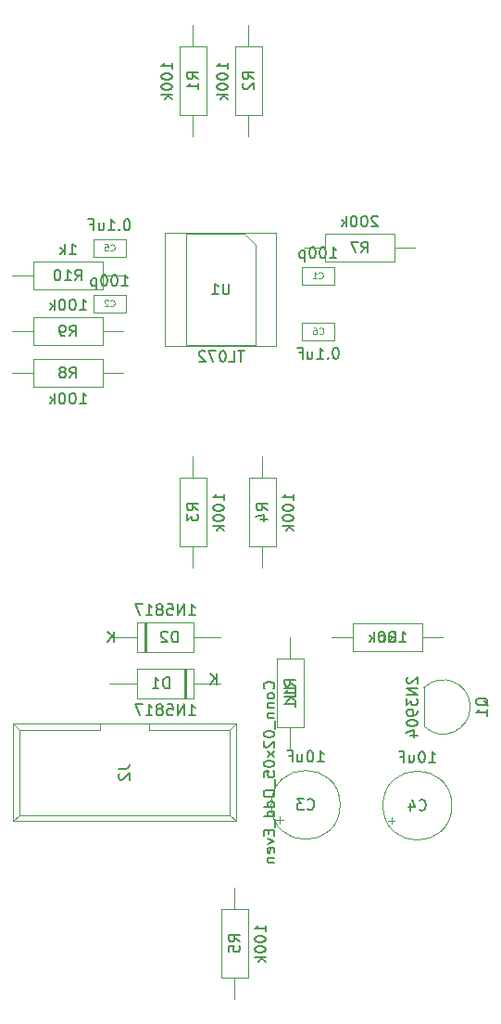
<source format=gbr>
%TF.GenerationSoftware,KiCad,Pcbnew,(5.1.9)-1*%
%TF.CreationDate,2021-08-22T20:59:49+01:00*%
%TF.ProjectId,KOSMOS Simple Mixer,4b4f534d-4f53-4205-9369-6d706c65204d,rev?*%
%TF.SameCoordinates,Original*%
%TF.FileFunction,Other,Fab,Bot*%
%FSLAX46Y46*%
G04 Gerber Fmt 4.6, Leading zero omitted, Abs format (unit mm)*
G04 Created by KiCad (PCBNEW (5.1.9)-1) date 2021-08-22 20:59:49*
%MOMM*%
%LPD*%
G01*
G04 APERTURE LIST*
%ADD10C,0.100000*%
%ADD11C,0.150000*%
%ADD12C,0.090000*%
G04 APERTURE END LIST*
D10*
%TO.C,C1*%
X48010000Y-55410000D02*
X48010000Y-53810000D01*
X48010000Y-53810000D02*
X51010000Y-53810000D01*
X51010000Y-53810000D02*
X51010000Y-55410000D01*
X51010000Y-55410000D02*
X48010000Y-55410000D01*
%TO.C,C2*%
X28960000Y-57950000D02*
X28960000Y-56350000D01*
X28960000Y-56350000D02*
X31960000Y-56350000D01*
X31960000Y-56350000D02*
X31960000Y-57950000D01*
X31960000Y-57950000D02*
X28960000Y-57950000D01*
%TO.C,C3*%
X46021028Y-104618500D02*
X46021028Y-103988500D01*
X45706028Y-104303500D02*
X46336028Y-104303500D01*
X51550000Y-102930000D02*
G75*
G03*
X51550000Y-102930000I-3150000J0D01*
G01*
%TO.C,C4*%
X61760000Y-102990000D02*
G75*
G03*
X61760000Y-102990000I-3150000J0D01*
G01*
X55916028Y-104363500D02*
X56546028Y-104363500D01*
X56231028Y-104678500D02*
X56231028Y-104048500D01*
%TO.C,C5*%
X31960000Y-52870000D02*
X28960000Y-52870000D01*
X31960000Y-51270000D02*
X31960000Y-52870000D01*
X28960000Y-51270000D02*
X31960000Y-51270000D01*
X28960000Y-52870000D02*
X28960000Y-51270000D01*
%TO.C,C6*%
X48050000Y-58890000D02*
X51050000Y-58890000D01*
X48050000Y-60490000D02*
X48050000Y-58890000D01*
X51050000Y-60490000D02*
X48050000Y-60490000D01*
X51050000Y-58890000D02*
X51050000Y-60490000D01*
%TO.C,D1*%
X37480000Y-90480000D02*
X37480000Y-93180000D01*
X37280000Y-90480000D02*
X37280000Y-93180000D01*
X37380000Y-90480000D02*
X37380000Y-93180000D01*
X30480000Y-91830000D02*
X32960000Y-91830000D01*
X40640000Y-91830000D02*
X38160000Y-91830000D01*
X32960000Y-90480000D02*
X38160000Y-90480000D01*
X32960000Y-93180000D02*
X32960000Y-90480000D01*
X38160000Y-93180000D02*
X32960000Y-93180000D01*
X38160000Y-90480000D02*
X38160000Y-93180000D01*
%TO.C,D2*%
X32960000Y-88980000D02*
X32960000Y-86280000D01*
X32960000Y-86280000D02*
X38160000Y-86280000D01*
X38160000Y-86280000D02*
X38160000Y-88980000D01*
X38160000Y-88980000D02*
X32960000Y-88980000D01*
X30480000Y-87630000D02*
X32960000Y-87630000D01*
X40640000Y-87630000D02*
X38160000Y-87630000D01*
X33740000Y-88980000D02*
X33740000Y-86280000D01*
X33840000Y-88980000D02*
X33840000Y-86280000D01*
X33640000Y-88980000D02*
X33640000Y-86280000D01*
%TO.C,J2*%
X42010000Y-95535000D02*
X41450000Y-96085000D01*
X21650000Y-95535000D02*
X22190000Y-96085000D01*
X42010000Y-104385000D02*
X41450000Y-103835000D01*
X21650000Y-104385000D02*
X22190000Y-103835000D01*
X41450000Y-103835000D02*
X41450000Y-96085000D01*
X42010000Y-104385000D02*
X42010000Y-95535000D01*
X22190000Y-103835000D02*
X22190000Y-96085000D01*
X21650000Y-104385000D02*
X21650000Y-95535000D01*
X34080000Y-96085000D02*
X34080000Y-95535000D01*
X29580000Y-96085000D02*
X29580000Y-95535000D01*
X34080000Y-96085000D02*
X41450000Y-96085000D01*
X22190000Y-96085000D02*
X29580000Y-96085000D01*
X21650000Y-95535000D02*
X42010000Y-95535000D01*
X22190000Y-103835000D02*
X41450000Y-103835000D01*
X21650000Y-104385000D02*
X42010000Y-104385000D01*
%TO.C,Q1*%
X59210000Y-95720000D02*
X59210000Y-92220000D01*
X59206375Y-92226375D02*
G75*
G02*
X63440000Y-93980000I1753625J-1753625D01*
G01*
X59206375Y-95733625D02*
G75*
G03*
X63440000Y-93980000I1753625J1753625D01*
G01*
%TO.C,R1*%
X39350000Y-39980000D02*
X36850000Y-39980000D01*
X36850000Y-39980000D02*
X36850000Y-33680000D01*
X36850000Y-33680000D02*
X39350000Y-33680000D01*
X39350000Y-33680000D02*
X39350000Y-39980000D01*
X38100000Y-41910000D02*
X38100000Y-39980000D01*
X38100000Y-31750000D02*
X38100000Y-33680000D01*
%TO.C,R2*%
X44430000Y-39980000D02*
X41930000Y-39980000D01*
X41930000Y-39980000D02*
X41930000Y-33680000D01*
X41930000Y-33680000D02*
X44430000Y-33680000D01*
X44430000Y-33680000D02*
X44430000Y-39980000D01*
X43180000Y-41910000D02*
X43180000Y-39980000D01*
X43180000Y-31750000D02*
X43180000Y-33680000D01*
%TO.C,R3*%
X38100000Y-81280000D02*
X38100000Y-79350000D01*
X38100000Y-71120000D02*
X38100000Y-73050000D01*
X36850000Y-79350000D02*
X36850000Y-73050000D01*
X39350000Y-79350000D02*
X36850000Y-79350000D01*
X39350000Y-73050000D02*
X39350000Y-79350000D01*
X36850000Y-73050000D02*
X39350000Y-73050000D01*
%TO.C,R4*%
X44450000Y-81280000D02*
X44450000Y-79350000D01*
X44450000Y-71120000D02*
X44450000Y-73050000D01*
X43200000Y-79350000D02*
X43200000Y-73050000D01*
X45700000Y-79350000D02*
X43200000Y-79350000D01*
X45700000Y-73050000D02*
X45700000Y-79350000D01*
X43200000Y-73050000D02*
X45700000Y-73050000D01*
%TO.C,R5*%
X40660000Y-112420000D02*
X43160000Y-112420000D01*
X43160000Y-112420000D02*
X43160000Y-118720000D01*
X43160000Y-118720000D02*
X40660000Y-118720000D01*
X40660000Y-118720000D02*
X40660000Y-112420000D01*
X41910000Y-110490000D02*
X41910000Y-112420000D01*
X41910000Y-120650000D02*
X41910000Y-118720000D01*
%TO.C,R6*%
X59030000Y-86380000D02*
X59030000Y-88880000D01*
X59030000Y-88880000D02*
X52730000Y-88880000D01*
X52730000Y-88880000D02*
X52730000Y-86380000D01*
X52730000Y-86380000D02*
X59030000Y-86380000D01*
X60960000Y-87630000D02*
X59030000Y-87630000D01*
X50800000Y-87630000D02*
X52730000Y-87630000D01*
%TO.C,R7*%
X58420000Y-52070000D02*
X56490000Y-52070000D01*
X48260000Y-52070000D02*
X50190000Y-52070000D01*
X56490000Y-53320000D02*
X50190000Y-53320000D01*
X56490000Y-50820000D02*
X56490000Y-53320000D01*
X50190000Y-50820000D02*
X56490000Y-50820000D01*
X50190000Y-53320000D02*
X50190000Y-50820000D01*
%TO.C,R8*%
X29820000Y-62250000D02*
X29820000Y-64750000D01*
X29820000Y-64750000D02*
X23520000Y-64750000D01*
X23520000Y-64750000D02*
X23520000Y-62250000D01*
X23520000Y-62250000D02*
X29820000Y-62250000D01*
X31750000Y-63500000D02*
X29820000Y-63500000D01*
X21590000Y-63500000D02*
X23520000Y-63500000D01*
%TO.C,R9*%
X31750000Y-59690000D02*
X29820000Y-59690000D01*
X21590000Y-59690000D02*
X23520000Y-59690000D01*
X29820000Y-60940000D02*
X23520000Y-60940000D01*
X29820000Y-58440000D02*
X29820000Y-60940000D01*
X23520000Y-58440000D02*
X29820000Y-58440000D01*
X23520000Y-60940000D02*
X23520000Y-58440000D01*
%TO.C,R10*%
X23520000Y-55860000D02*
X23520000Y-53360000D01*
X23520000Y-53360000D02*
X29820000Y-53360000D01*
X29820000Y-53360000D02*
X29820000Y-55860000D01*
X29820000Y-55860000D02*
X23520000Y-55860000D01*
X21590000Y-54610000D02*
X23520000Y-54610000D01*
X31750000Y-54610000D02*
X29820000Y-54610000D01*
%TO.C,R11*%
X46990000Y-97790000D02*
X46990000Y-95860000D01*
X46990000Y-87630000D02*
X46990000Y-89560000D01*
X45740000Y-95860000D02*
X45740000Y-89560000D01*
X48240000Y-95860000D02*
X45740000Y-95860000D01*
X48240000Y-89560000D02*
X48240000Y-95860000D01*
X45740000Y-89560000D02*
X48240000Y-89560000D01*
%TO.C,U1*%
X42815000Y-50800000D02*
X37465000Y-50800000D01*
X37465000Y-50800000D02*
X37465000Y-60960000D01*
X37465000Y-60960000D02*
X43815000Y-60960000D01*
X43815000Y-60960000D02*
X43815000Y-51800000D01*
X43815000Y-51800000D02*
X42815000Y-50800000D01*
X45720000Y-50740000D02*
X45720000Y-61020000D01*
X45720000Y-61020000D02*
X35560000Y-61020000D01*
X35560000Y-61020000D02*
X35560000Y-50740000D01*
X35560000Y-50740000D02*
X45720000Y-50740000D01*
%TD*%
%TO.C,C1*%
D11*
X50629047Y-53012380D02*
X51200476Y-53012380D01*
X50914761Y-53012380D02*
X50914761Y-52012380D01*
X51010000Y-52155238D01*
X51105238Y-52250476D01*
X51200476Y-52298095D01*
X50010000Y-52012380D02*
X49914761Y-52012380D01*
X49819523Y-52060000D01*
X49771904Y-52107619D01*
X49724285Y-52202857D01*
X49676666Y-52393333D01*
X49676666Y-52631428D01*
X49724285Y-52821904D01*
X49771904Y-52917142D01*
X49819523Y-52964761D01*
X49914761Y-53012380D01*
X50010000Y-53012380D01*
X50105238Y-52964761D01*
X50152857Y-52917142D01*
X50200476Y-52821904D01*
X50248095Y-52631428D01*
X50248095Y-52393333D01*
X50200476Y-52202857D01*
X50152857Y-52107619D01*
X50105238Y-52060000D01*
X50010000Y-52012380D01*
X49057619Y-52012380D02*
X48962380Y-52012380D01*
X48867142Y-52060000D01*
X48819523Y-52107619D01*
X48771904Y-52202857D01*
X48724285Y-52393333D01*
X48724285Y-52631428D01*
X48771904Y-52821904D01*
X48819523Y-52917142D01*
X48867142Y-52964761D01*
X48962380Y-53012380D01*
X49057619Y-53012380D01*
X49152857Y-52964761D01*
X49200476Y-52917142D01*
X49248095Y-52821904D01*
X49295714Y-52631428D01*
X49295714Y-52393333D01*
X49248095Y-52202857D01*
X49200476Y-52107619D01*
X49152857Y-52060000D01*
X49057619Y-52012380D01*
X48295714Y-52345714D02*
X48295714Y-53345714D01*
X48295714Y-52393333D02*
X48200476Y-52345714D01*
X48010000Y-52345714D01*
X47914761Y-52393333D01*
X47867142Y-52440952D01*
X47819523Y-52536190D01*
X47819523Y-52821904D01*
X47867142Y-52917142D01*
X47914761Y-52964761D01*
X48010000Y-53012380D01*
X48200476Y-53012380D01*
X48295714Y-52964761D01*
D12*
X49610000Y-54824285D02*
X49638571Y-54852857D01*
X49724285Y-54881428D01*
X49781428Y-54881428D01*
X49867142Y-54852857D01*
X49924285Y-54795714D01*
X49952857Y-54738571D01*
X49981428Y-54624285D01*
X49981428Y-54538571D01*
X49952857Y-54424285D01*
X49924285Y-54367142D01*
X49867142Y-54310000D01*
X49781428Y-54281428D01*
X49724285Y-54281428D01*
X49638571Y-54310000D01*
X49610000Y-54338571D01*
X49038571Y-54881428D02*
X49381428Y-54881428D01*
X49210000Y-54881428D02*
X49210000Y-54281428D01*
X49267142Y-54367142D01*
X49324285Y-54424285D01*
X49381428Y-54452857D01*
%TO.C,C2*%
D11*
X31579047Y-55552380D02*
X32150476Y-55552380D01*
X31864761Y-55552380D02*
X31864761Y-54552380D01*
X31960000Y-54695238D01*
X32055238Y-54790476D01*
X32150476Y-54838095D01*
X30960000Y-54552380D02*
X30864761Y-54552380D01*
X30769523Y-54600000D01*
X30721904Y-54647619D01*
X30674285Y-54742857D01*
X30626666Y-54933333D01*
X30626666Y-55171428D01*
X30674285Y-55361904D01*
X30721904Y-55457142D01*
X30769523Y-55504761D01*
X30864761Y-55552380D01*
X30960000Y-55552380D01*
X31055238Y-55504761D01*
X31102857Y-55457142D01*
X31150476Y-55361904D01*
X31198095Y-55171428D01*
X31198095Y-54933333D01*
X31150476Y-54742857D01*
X31102857Y-54647619D01*
X31055238Y-54600000D01*
X30960000Y-54552380D01*
X30007619Y-54552380D02*
X29912380Y-54552380D01*
X29817142Y-54600000D01*
X29769523Y-54647619D01*
X29721904Y-54742857D01*
X29674285Y-54933333D01*
X29674285Y-55171428D01*
X29721904Y-55361904D01*
X29769523Y-55457142D01*
X29817142Y-55504761D01*
X29912380Y-55552380D01*
X30007619Y-55552380D01*
X30102857Y-55504761D01*
X30150476Y-55457142D01*
X30198095Y-55361904D01*
X30245714Y-55171428D01*
X30245714Y-54933333D01*
X30198095Y-54742857D01*
X30150476Y-54647619D01*
X30102857Y-54600000D01*
X30007619Y-54552380D01*
X29245714Y-54885714D02*
X29245714Y-55885714D01*
X29245714Y-54933333D02*
X29150476Y-54885714D01*
X28960000Y-54885714D01*
X28864761Y-54933333D01*
X28817142Y-54980952D01*
X28769523Y-55076190D01*
X28769523Y-55361904D01*
X28817142Y-55457142D01*
X28864761Y-55504761D01*
X28960000Y-55552380D01*
X29150476Y-55552380D01*
X29245714Y-55504761D01*
D12*
X30560000Y-57364285D02*
X30588571Y-57392857D01*
X30674285Y-57421428D01*
X30731428Y-57421428D01*
X30817142Y-57392857D01*
X30874285Y-57335714D01*
X30902857Y-57278571D01*
X30931428Y-57164285D01*
X30931428Y-57078571D01*
X30902857Y-56964285D01*
X30874285Y-56907142D01*
X30817142Y-56850000D01*
X30731428Y-56821428D01*
X30674285Y-56821428D01*
X30588571Y-56850000D01*
X30560000Y-56878571D01*
X30331428Y-56878571D02*
X30302857Y-56850000D01*
X30245714Y-56821428D01*
X30102857Y-56821428D01*
X30045714Y-56850000D01*
X30017142Y-56878571D01*
X29988571Y-56935714D01*
X29988571Y-56992857D01*
X30017142Y-57078571D01*
X30360000Y-57421428D01*
X29988571Y-57421428D01*
%TO.C,C3*%
D11*
X49471428Y-98982380D02*
X50042857Y-98982380D01*
X49757142Y-98982380D02*
X49757142Y-97982380D01*
X49852380Y-98125238D01*
X49947619Y-98220476D01*
X50042857Y-98268095D01*
X48852380Y-97982380D02*
X48757142Y-97982380D01*
X48661904Y-98030000D01*
X48614285Y-98077619D01*
X48566666Y-98172857D01*
X48519047Y-98363333D01*
X48519047Y-98601428D01*
X48566666Y-98791904D01*
X48614285Y-98887142D01*
X48661904Y-98934761D01*
X48757142Y-98982380D01*
X48852380Y-98982380D01*
X48947619Y-98934761D01*
X48995238Y-98887142D01*
X49042857Y-98791904D01*
X49090476Y-98601428D01*
X49090476Y-98363333D01*
X49042857Y-98172857D01*
X48995238Y-98077619D01*
X48947619Y-98030000D01*
X48852380Y-97982380D01*
X47661904Y-98315714D02*
X47661904Y-98982380D01*
X48090476Y-98315714D02*
X48090476Y-98839523D01*
X48042857Y-98934761D01*
X47947619Y-98982380D01*
X47804761Y-98982380D01*
X47709523Y-98934761D01*
X47661904Y-98887142D01*
X46852380Y-98458571D02*
X47185714Y-98458571D01*
X47185714Y-98982380D02*
X47185714Y-97982380D01*
X46709523Y-97982380D01*
X48566666Y-103287142D02*
X48614285Y-103334761D01*
X48757142Y-103382380D01*
X48852380Y-103382380D01*
X48995238Y-103334761D01*
X49090476Y-103239523D01*
X49138095Y-103144285D01*
X49185714Y-102953809D01*
X49185714Y-102810952D01*
X49138095Y-102620476D01*
X49090476Y-102525238D01*
X48995238Y-102430000D01*
X48852380Y-102382380D01*
X48757142Y-102382380D01*
X48614285Y-102430000D01*
X48566666Y-102477619D01*
X48233333Y-102382380D02*
X47614285Y-102382380D01*
X47947619Y-102763333D01*
X47804761Y-102763333D01*
X47709523Y-102810952D01*
X47661904Y-102858571D01*
X47614285Y-102953809D01*
X47614285Y-103191904D01*
X47661904Y-103287142D01*
X47709523Y-103334761D01*
X47804761Y-103382380D01*
X48090476Y-103382380D01*
X48185714Y-103334761D01*
X48233333Y-103287142D01*
%TO.C,C4*%
X59681428Y-99042380D02*
X60252857Y-99042380D01*
X59967142Y-99042380D02*
X59967142Y-98042380D01*
X60062380Y-98185238D01*
X60157619Y-98280476D01*
X60252857Y-98328095D01*
X59062380Y-98042380D02*
X58967142Y-98042380D01*
X58871904Y-98090000D01*
X58824285Y-98137619D01*
X58776666Y-98232857D01*
X58729047Y-98423333D01*
X58729047Y-98661428D01*
X58776666Y-98851904D01*
X58824285Y-98947142D01*
X58871904Y-98994761D01*
X58967142Y-99042380D01*
X59062380Y-99042380D01*
X59157619Y-98994761D01*
X59205238Y-98947142D01*
X59252857Y-98851904D01*
X59300476Y-98661428D01*
X59300476Y-98423333D01*
X59252857Y-98232857D01*
X59205238Y-98137619D01*
X59157619Y-98090000D01*
X59062380Y-98042380D01*
X57871904Y-98375714D02*
X57871904Y-99042380D01*
X58300476Y-98375714D02*
X58300476Y-98899523D01*
X58252857Y-98994761D01*
X58157619Y-99042380D01*
X58014761Y-99042380D01*
X57919523Y-98994761D01*
X57871904Y-98947142D01*
X57062380Y-98518571D02*
X57395714Y-98518571D01*
X57395714Y-99042380D02*
X57395714Y-98042380D01*
X56919523Y-98042380D01*
X58776666Y-103347142D02*
X58824285Y-103394761D01*
X58967142Y-103442380D01*
X59062380Y-103442380D01*
X59205238Y-103394761D01*
X59300476Y-103299523D01*
X59348095Y-103204285D01*
X59395714Y-103013809D01*
X59395714Y-102870952D01*
X59348095Y-102680476D01*
X59300476Y-102585238D01*
X59205238Y-102490000D01*
X59062380Y-102442380D01*
X58967142Y-102442380D01*
X58824285Y-102490000D01*
X58776666Y-102537619D01*
X57919523Y-102775714D02*
X57919523Y-103442380D01*
X58157619Y-102394761D02*
X58395714Y-103109047D01*
X57776666Y-103109047D01*
%TO.C,C5*%
X32102857Y-49472380D02*
X32007619Y-49472380D01*
X31912380Y-49520000D01*
X31864761Y-49567619D01*
X31817142Y-49662857D01*
X31769523Y-49853333D01*
X31769523Y-50091428D01*
X31817142Y-50281904D01*
X31864761Y-50377142D01*
X31912380Y-50424761D01*
X32007619Y-50472380D01*
X32102857Y-50472380D01*
X32198095Y-50424761D01*
X32245714Y-50377142D01*
X32293333Y-50281904D01*
X32340952Y-50091428D01*
X32340952Y-49853333D01*
X32293333Y-49662857D01*
X32245714Y-49567619D01*
X32198095Y-49520000D01*
X32102857Y-49472380D01*
X31340952Y-50377142D02*
X31293333Y-50424761D01*
X31340952Y-50472380D01*
X31388571Y-50424761D01*
X31340952Y-50377142D01*
X31340952Y-50472380D01*
X30340952Y-50472380D02*
X30912380Y-50472380D01*
X30626666Y-50472380D02*
X30626666Y-49472380D01*
X30721904Y-49615238D01*
X30817142Y-49710476D01*
X30912380Y-49758095D01*
X29483809Y-49805714D02*
X29483809Y-50472380D01*
X29912380Y-49805714D02*
X29912380Y-50329523D01*
X29864761Y-50424761D01*
X29769523Y-50472380D01*
X29626666Y-50472380D01*
X29531428Y-50424761D01*
X29483809Y-50377142D01*
X28674285Y-49948571D02*
X29007619Y-49948571D01*
X29007619Y-50472380D02*
X29007619Y-49472380D01*
X28531428Y-49472380D01*
D12*
X30560000Y-52284285D02*
X30588571Y-52312857D01*
X30674285Y-52341428D01*
X30731428Y-52341428D01*
X30817142Y-52312857D01*
X30874285Y-52255714D01*
X30902857Y-52198571D01*
X30931428Y-52084285D01*
X30931428Y-51998571D01*
X30902857Y-51884285D01*
X30874285Y-51827142D01*
X30817142Y-51770000D01*
X30731428Y-51741428D01*
X30674285Y-51741428D01*
X30588571Y-51770000D01*
X30560000Y-51798571D01*
X30017142Y-51741428D02*
X30302857Y-51741428D01*
X30331428Y-52027142D01*
X30302857Y-51998571D01*
X30245714Y-51970000D01*
X30102857Y-51970000D01*
X30045714Y-51998571D01*
X30017142Y-52027142D01*
X29988571Y-52084285D01*
X29988571Y-52227142D01*
X30017142Y-52284285D01*
X30045714Y-52312857D01*
X30102857Y-52341428D01*
X30245714Y-52341428D01*
X30302857Y-52312857D01*
X30331428Y-52284285D01*
%TO.C,C6*%
D11*
X51192857Y-61192380D02*
X51097619Y-61192380D01*
X51002380Y-61240000D01*
X50954761Y-61287619D01*
X50907142Y-61382857D01*
X50859523Y-61573333D01*
X50859523Y-61811428D01*
X50907142Y-62001904D01*
X50954761Y-62097142D01*
X51002380Y-62144761D01*
X51097619Y-62192380D01*
X51192857Y-62192380D01*
X51288095Y-62144761D01*
X51335714Y-62097142D01*
X51383333Y-62001904D01*
X51430952Y-61811428D01*
X51430952Y-61573333D01*
X51383333Y-61382857D01*
X51335714Y-61287619D01*
X51288095Y-61240000D01*
X51192857Y-61192380D01*
X50430952Y-62097142D02*
X50383333Y-62144761D01*
X50430952Y-62192380D01*
X50478571Y-62144761D01*
X50430952Y-62097142D01*
X50430952Y-62192380D01*
X49430952Y-62192380D02*
X50002380Y-62192380D01*
X49716666Y-62192380D02*
X49716666Y-61192380D01*
X49811904Y-61335238D01*
X49907142Y-61430476D01*
X50002380Y-61478095D01*
X48573809Y-61525714D02*
X48573809Y-62192380D01*
X49002380Y-61525714D02*
X49002380Y-62049523D01*
X48954761Y-62144761D01*
X48859523Y-62192380D01*
X48716666Y-62192380D01*
X48621428Y-62144761D01*
X48573809Y-62097142D01*
X47764285Y-61668571D02*
X48097619Y-61668571D01*
X48097619Y-62192380D02*
X48097619Y-61192380D01*
X47621428Y-61192380D01*
D12*
X49650000Y-59904285D02*
X49678571Y-59932857D01*
X49764285Y-59961428D01*
X49821428Y-59961428D01*
X49907142Y-59932857D01*
X49964285Y-59875714D01*
X49992857Y-59818571D01*
X50021428Y-59704285D01*
X50021428Y-59618571D01*
X49992857Y-59504285D01*
X49964285Y-59447142D01*
X49907142Y-59390000D01*
X49821428Y-59361428D01*
X49764285Y-59361428D01*
X49678571Y-59390000D01*
X49650000Y-59418571D01*
X49135714Y-59361428D02*
X49250000Y-59361428D01*
X49307142Y-59390000D01*
X49335714Y-59418571D01*
X49392857Y-59504285D01*
X49421428Y-59618571D01*
X49421428Y-59847142D01*
X49392857Y-59904285D01*
X49364285Y-59932857D01*
X49307142Y-59961428D01*
X49192857Y-59961428D01*
X49135714Y-59932857D01*
X49107142Y-59904285D01*
X49078571Y-59847142D01*
X49078571Y-59704285D01*
X49107142Y-59647142D01*
X49135714Y-59618571D01*
X49192857Y-59590000D01*
X49307142Y-59590000D01*
X49364285Y-59618571D01*
X49392857Y-59647142D01*
X49421428Y-59704285D01*
%TO.C,D1*%
D11*
X37702857Y-94752380D02*
X38274285Y-94752380D01*
X37988571Y-94752380D02*
X37988571Y-93752380D01*
X38083809Y-93895238D01*
X38179047Y-93990476D01*
X38274285Y-94038095D01*
X37274285Y-94752380D02*
X37274285Y-93752380D01*
X36702857Y-94752380D01*
X36702857Y-93752380D01*
X35750476Y-93752380D02*
X36226666Y-93752380D01*
X36274285Y-94228571D01*
X36226666Y-94180952D01*
X36131428Y-94133333D01*
X35893333Y-94133333D01*
X35798095Y-94180952D01*
X35750476Y-94228571D01*
X35702857Y-94323809D01*
X35702857Y-94561904D01*
X35750476Y-94657142D01*
X35798095Y-94704761D01*
X35893333Y-94752380D01*
X36131428Y-94752380D01*
X36226666Y-94704761D01*
X36274285Y-94657142D01*
X35131428Y-94180952D02*
X35226666Y-94133333D01*
X35274285Y-94085714D01*
X35321904Y-93990476D01*
X35321904Y-93942857D01*
X35274285Y-93847619D01*
X35226666Y-93800000D01*
X35131428Y-93752380D01*
X34940952Y-93752380D01*
X34845714Y-93800000D01*
X34798095Y-93847619D01*
X34750476Y-93942857D01*
X34750476Y-93990476D01*
X34798095Y-94085714D01*
X34845714Y-94133333D01*
X34940952Y-94180952D01*
X35131428Y-94180952D01*
X35226666Y-94228571D01*
X35274285Y-94276190D01*
X35321904Y-94371428D01*
X35321904Y-94561904D01*
X35274285Y-94657142D01*
X35226666Y-94704761D01*
X35131428Y-94752380D01*
X34940952Y-94752380D01*
X34845714Y-94704761D01*
X34798095Y-94657142D01*
X34750476Y-94561904D01*
X34750476Y-94371428D01*
X34798095Y-94276190D01*
X34845714Y-94228571D01*
X34940952Y-94180952D01*
X33798095Y-94752380D02*
X34369523Y-94752380D01*
X34083809Y-94752380D02*
X34083809Y-93752380D01*
X34179047Y-93895238D01*
X34274285Y-93990476D01*
X34369523Y-94038095D01*
X33464761Y-93752380D02*
X32798095Y-93752380D01*
X33226666Y-94752380D01*
X35908095Y-92282380D02*
X35908095Y-91282380D01*
X35670000Y-91282380D01*
X35527142Y-91330000D01*
X35431904Y-91425238D01*
X35384285Y-91520476D01*
X35336666Y-91710952D01*
X35336666Y-91853809D01*
X35384285Y-92044285D01*
X35431904Y-92139523D01*
X35527142Y-92234761D01*
X35670000Y-92282380D01*
X35908095Y-92282380D01*
X34384285Y-92282380D02*
X34955714Y-92282380D01*
X34670000Y-92282380D02*
X34670000Y-91282380D01*
X34765238Y-91425238D01*
X34860476Y-91520476D01*
X34955714Y-91568095D01*
X40241904Y-91942380D02*
X40241904Y-90942380D01*
X39670476Y-91942380D02*
X40099047Y-91370952D01*
X39670476Y-90942380D02*
X40241904Y-91513809D01*
%TO.C,D2*%
X37702857Y-85612380D02*
X38274285Y-85612380D01*
X37988571Y-85612380D02*
X37988571Y-84612380D01*
X38083809Y-84755238D01*
X38179047Y-84850476D01*
X38274285Y-84898095D01*
X37274285Y-85612380D02*
X37274285Y-84612380D01*
X36702857Y-85612380D01*
X36702857Y-84612380D01*
X35750476Y-84612380D02*
X36226666Y-84612380D01*
X36274285Y-85088571D01*
X36226666Y-85040952D01*
X36131428Y-84993333D01*
X35893333Y-84993333D01*
X35798095Y-85040952D01*
X35750476Y-85088571D01*
X35702857Y-85183809D01*
X35702857Y-85421904D01*
X35750476Y-85517142D01*
X35798095Y-85564761D01*
X35893333Y-85612380D01*
X36131428Y-85612380D01*
X36226666Y-85564761D01*
X36274285Y-85517142D01*
X35131428Y-85040952D02*
X35226666Y-84993333D01*
X35274285Y-84945714D01*
X35321904Y-84850476D01*
X35321904Y-84802857D01*
X35274285Y-84707619D01*
X35226666Y-84660000D01*
X35131428Y-84612380D01*
X34940952Y-84612380D01*
X34845714Y-84660000D01*
X34798095Y-84707619D01*
X34750476Y-84802857D01*
X34750476Y-84850476D01*
X34798095Y-84945714D01*
X34845714Y-84993333D01*
X34940952Y-85040952D01*
X35131428Y-85040952D01*
X35226666Y-85088571D01*
X35274285Y-85136190D01*
X35321904Y-85231428D01*
X35321904Y-85421904D01*
X35274285Y-85517142D01*
X35226666Y-85564761D01*
X35131428Y-85612380D01*
X34940952Y-85612380D01*
X34845714Y-85564761D01*
X34798095Y-85517142D01*
X34750476Y-85421904D01*
X34750476Y-85231428D01*
X34798095Y-85136190D01*
X34845714Y-85088571D01*
X34940952Y-85040952D01*
X33798095Y-85612380D02*
X34369523Y-85612380D01*
X34083809Y-85612380D02*
X34083809Y-84612380D01*
X34179047Y-84755238D01*
X34274285Y-84850476D01*
X34369523Y-84898095D01*
X33464761Y-84612380D02*
X32798095Y-84612380D01*
X33226666Y-85612380D01*
X30851904Y-88082380D02*
X30851904Y-87082380D01*
X30280476Y-88082380D02*
X30709047Y-87510952D01*
X30280476Y-87082380D02*
X30851904Y-87653809D01*
X36688095Y-88082380D02*
X36688095Y-87082380D01*
X36450000Y-87082380D01*
X36307142Y-87130000D01*
X36211904Y-87225238D01*
X36164285Y-87320476D01*
X36116666Y-87510952D01*
X36116666Y-87653809D01*
X36164285Y-87844285D01*
X36211904Y-87939523D01*
X36307142Y-88034761D01*
X36450000Y-88082380D01*
X36688095Y-88082380D01*
X35735714Y-87177619D02*
X35688095Y-87130000D01*
X35592857Y-87082380D01*
X35354761Y-87082380D01*
X35259523Y-87130000D01*
X35211904Y-87177619D01*
X35164285Y-87272857D01*
X35164285Y-87368095D01*
X35211904Y-87510952D01*
X35783333Y-88082380D01*
X35164285Y-88082380D01*
%TO.C,J2*%
X45447142Y-92317142D02*
X45494761Y-92269523D01*
X45542380Y-92126666D01*
X45542380Y-92031428D01*
X45494761Y-91888571D01*
X45399523Y-91793333D01*
X45304285Y-91745714D01*
X45113809Y-91698095D01*
X44970952Y-91698095D01*
X44780476Y-91745714D01*
X44685238Y-91793333D01*
X44590000Y-91888571D01*
X44542380Y-92031428D01*
X44542380Y-92126666D01*
X44590000Y-92269523D01*
X44637619Y-92317142D01*
X45542380Y-92888571D02*
X45494761Y-92793333D01*
X45447142Y-92745714D01*
X45351904Y-92698095D01*
X45066190Y-92698095D01*
X44970952Y-92745714D01*
X44923333Y-92793333D01*
X44875714Y-92888571D01*
X44875714Y-93031428D01*
X44923333Y-93126666D01*
X44970952Y-93174285D01*
X45066190Y-93221904D01*
X45351904Y-93221904D01*
X45447142Y-93174285D01*
X45494761Y-93126666D01*
X45542380Y-93031428D01*
X45542380Y-92888571D01*
X44875714Y-93650476D02*
X45542380Y-93650476D01*
X44970952Y-93650476D02*
X44923333Y-93698095D01*
X44875714Y-93793333D01*
X44875714Y-93936190D01*
X44923333Y-94031428D01*
X45018571Y-94079047D01*
X45542380Y-94079047D01*
X44875714Y-94555238D02*
X45542380Y-94555238D01*
X44970952Y-94555238D02*
X44923333Y-94602857D01*
X44875714Y-94698095D01*
X44875714Y-94840952D01*
X44923333Y-94936190D01*
X45018571Y-94983809D01*
X45542380Y-94983809D01*
X45637619Y-95221904D02*
X45637619Y-95983809D01*
X44542380Y-96412380D02*
X44542380Y-96507619D01*
X44590000Y-96602857D01*
X44637619Y-96650476D01*
X44732857Y-96698095D01*
X44923333Y-96745714D01*
X45161428Y-96745714D01*
X45351904Y-96698095D01*
X45447142Y-96650476D01*
X45494761Y-96602857D01*
X45542380Y-96507619D01*
X45542380Y-96412380D01*
X45494761Y-96317142D01*
X45447142Y-96269523D01*
X45351904Y-96221904D01*
X45161428Y-96174285D01*
X44923333Y-96174285D01*
X44732857Y-96221904D01*
X44637619Y-96269523D01*
X44590000Y-96317142D01*
X44542380Y-96412380D01*
X44637619Y-97126666D02*
X44590000Y-97174285D01*
X44542380Y-97269523D01*
X44542380Y-97507619D01*
X44590000Y-97602857D01*
X44637619Y-97650476D01*
X44732857Y-97698095D01*
X44828095Y-97698095D01*
X44970952Y-97650476D01*
X45542380Y-97079047D01*
X45542380Y-97698095D01*
X45542380Y-98031428D02*
X44875714Y-98555238D01*
X44875714Y-98031428D02*
X45542380Y-98555238D01*
X44542380Y-99126666D02*
X44542380Y-99221904D01*
X44590000Y-99317142D01*
X44637619Y-99364761D01*
X44732857Y-99412380D01*
X44923333Y-99460000D01*
X45161428Y-99460000D01*
X45351904Y-99412380D01*
X45447142Y-99364761D01*
X45494761Y-99317142D01*
X45542380Y-99221904D01*
X45542380Y-99126666D01*
X45494761Y-99031428D01*
X45447142Y-98983809D01*
X45351904Y-98936190D01*
X45161428Y-98888571D01*
X44923333Y-98888571D01*
X44732857Y-98936190D01*
X44637619Y-98983809D01*
X44590000Y-99031428D01*
X44542380Y-99126666D01*
X44542380Y-100364761D02*
X44542380Y-99888571D01*
X45018571Y-99840952D01*
X44970952Y-99888571D01*
X44923333Y-99983809D01*
X44923333Y-100221904D01*
X44970952Y-100317142D01*
X45018571Y-100364761D01*
X45113809Y-100412380D01*
X45351904Y-100412380D01*
X45447142Y-100364761D01*
X45494761Y-100317142D01*
X45542380Y-100221904D01*
X45542380Y-99983809D01*
X45494761Y-99888571D01*
X45447142Y-99840952D01*
X45637619Y-100602857D02*
X45637619Y-101364761D01*
X44542380Y-101793333D02*
X44542380Y-101983809D01*
X44590000Y-102079047D01*
X44685238Y-102174285D01*
X44875714Y-102221904D01*
X45209047Y-102221904D01*
X45399523Y-102174285D01*
X45494761Y-102079047D01*
X45542380Y-101983809D01*
X45542380Y-101793333D01*
X45494761Y-101698095D01*
X45399523Y-101602857D01*
X45209047Y-101555238D01*
X44875714Y-101555238D01*
X44685238Y-101602857D01*
X44590000Y-101698095D01*
X44542380Y-101793333D01*
X45542380Y-103079047D02*
X44542380Y-103079047D01*
X45494761Y-103079047D02*
X45542380Y-102983809D01*
X45542380Y-102793333D01*
X45494761Y-102698095D01*
X45447142Y-102650476D01*
X45351904Y-102602857D01*
X45066190Y-102602857D01*
X44970952Y-102650476D01*
X44923333Y-102698095D01*
X44875714Y-102793333D01*
X44875714Y-102983809D01*
X44923333Y-103079047D01*
X45542380Y-103983809D02*
X44542380Y-103983809D01*
X45494761Y-103983809D02*
X45542380Y-103888571D01*
X45542380Y-103698095D01*
X45494761Y-103602857D01*
X45447142Y-103555238D01*
X45351904Y-103507619D01*
X45066190Y-103507619D01*
X44970952Y-103555238D01*
X44923333Y-103602857D01*
X44875714Y-103698095D01*
X44875714Y-103888571D01*
X44923333Y-103983809D01*
X45637619Y-104221904D02*
X45637619Y-104983809D01*
X45018571Y-105221904D02*
X45018571Y-105555238D01*
X45542380Y-105698095D02*
X45542380Y-105221904D01*
X44542380Y-105221904D01*
X44542380Y-105698095D01*
X44875714Y-106031428D02*
X45542380Y-106269523D01*
X44875714Y-106507619D01*
X45494761Y-107269523D02*
X45542380Y-107174285D01*
X45542380Y-106983809D01*
X45494761Y-106888571D01*
X45399523Y-106840952D01*
X45018571Y-106840952D01*
X44923333Y-106888571D01*
X44875714Y-106983809D01*
X44875714Y-107174285D01*
X44923333Y-107269523D01*
X45018571Y-107317142D01*
X45113809Y-107317142D01*
X45209047Y-106840952D01*
X44875714Y-107745714D02*
X45542380Y-107745714D01*
X44970952Y-107745714D02*
X44923333Y-107793333D01*
X44875714Y-107888571D01*
X44875714Y-108031428D01*
X44923333Y-108126666D01*
X45018571Y-108174285D01*
X45542380Y-108174285D01*
X31282380Y-99626666D02*
X31996666Y-99626666D01*
X32139523Y-99579047D01*
X32234761Y-99483809D01*
X32282380Y-99340952D01*
X32282380Y-99245714D01*
X31377619Y-100055238D02*
X31330000Y-100102857D01*
X31282380Y-100198095D01*
X31282380Y-100436190D01*
X31330000Y-100531428D01*
X31377619Y-100579047D01*
X31472857Y-100626666D01*
X31568095Y-100626666D01*
X31710952Y-100579047D01*
X32282380Y-100007619D01*
X32282380Y-100626666D01*
%TO.C,Q1*%
X57717619Y-91265714D02*
X57670000Y-91313333D01*
X57622380Y-91408571D01*
X57622380Y-91646666D01*
X57670000Y-91741904D01*
X57717619Y-91789523D01*
X57812857Y-91837142D01*
X57908095Y-91837142D01*
X58050952Y-91789523D01*
X58622380Y-91218095D01*
X58622380Y-91837142D01*
X58622380Y-92265714D02*
X57622380Y-92265714D01*
X58622380Y-92837142D01*
X57622380Y-92837142D01*
X57622380Y-93218095D02*
X57622380Y-93837142D01*
X58003333Y-93503809D01*
X58003333Y-93646666D01*
X58050952Y-93741904D01*
X58098571Y-93789523D01*
X58193809Y-93837142D01*
X58431904Y-93837142D01*
X58527142Y-93789523D01*
X58574761Y-93741904D01*
X58622380Y-93646666D01*
X58622380Y-93360952D01*
X58574761Y-93265714D01*
X58527142Y-93218095D01*
X58622380Y-94313333D02*
X58622380Y-94503809D01*
X58574761Y-94599047D01*
X58527142Y-94646666D01*
X58384285Y-94741904D01*
X58193809Y-94789523D01*
X57812857Y-94789523D01*
X57717619Y-94741904D01*
X57670000Y-94694285D01*
X57622380Y-94599047D01*
X57622380Y-94408571D01*
X57670000Y-94313333D01*
X57717619Y-94265714D01*
X57812857Y-94218095D01*
X58050952Y-94218095D01*
X58146190Y-94265714D01*
X58193809Y-94313333D01*
X58241428Y-94408571D01*
X58241428Y-94599047D01*
X58193809Y-94694285D01*
X58146190Y-94741904D01*
X58050952Y-94789523D01*
X57622380Y-95408571D02*
X57622380Y-95503809D01*
X57670000Y-95599047D01*
X57717619Y-95646666D01*
X57812857Y-95694285D01*
X58003333Y-95741904D01*
X58241428Y-95741904D01*
X58431904Y-95694285D01*
X58527142Y-95646666D01*
X58574761Y-95599047D01*
X58622380Y-95503809D01*
X58622380Y-95408571D01*
X58574761Y-95313333D01*
X58527142Y-95265714D01*
X58431904Y-95218095D01*
X58241428Y-95170476D01*
X58003333Y-95170476D01*
X57812857Y-95218095D01*
X57717619Y-95265714D01*
X57670000Y-95313333D01*
X57622380Y-95408571D01*
X57955714Y-96599047D02*
X58622380Y-96599047D01*
X57574761Y-96360952D02*
X58289047Y-96122857D01*
X58289047Y-96741904D01*
X65067619Y-93884761D02*
X65020000Y-93789523D01*
X64924761Y-93694285D01*
X64781904Y-93551428D01*
X64734285Y-93456190D01*
X64734285Y-93360952D01*
X64972380Y-93408571D02*
X64924761Y-93313333D01*
X64829523Y-93218095D01*
X64639047Y-93170476D01*
X64305714Y-93170476D01*
X64115238Y-93218095D01*
X64020000Y-93313333D01*
X63972380Y-93408571D01*
X63972380Y-93599047D01*
X64020000Y-93694285D01*
X64115238Y-93789523D01*
X64305714Y-93837142D01*
X64639047Y-93837142D01*
X64829523Y-93789523D01*
X64924761Y-93694285D01*
X64972380Y-93599047D01*
X64972380Y-93408571D01*
X64972380Y-94789523D02*
X64972380Y-94218095D01*
X64972380Y-94503809D02*
X63972380Y-94503809D01*
X64115238Y-94408571D01*
X64210476Y-94313333D01*
X64258095Y-94218095D01*
%TO.C,R1*%
X36182380Y-35758571D02*
X36182380Y-35187142D01*
X36182380Y-35472857D02*
X35182380Y-35472857D01*
X35325238Y-35377619D01*
X35420476Y-35282380D01*
X35468095Y-35187142D01*
X35182380Y-36377619D02*
X35182380Y-36472857D01*
X35230000Y-36568095D01*
X35277619Y-36615714D01*
X35372857Y-36663333D01*
X35563333Y-36710952D01*
X35801428Y-36710952D01*
X35991904Y-36663333D01*
X36087142Y-36615714D01*
X36134761Y-36568095D01*
X36182380Y-36472857D01*
X36182380Y-36377619D01*
X36134761Y-36282380D01*
X36087142Y-36234761D01*
X35991904Y-36187142D01*
X35801428Y-36139523D01*
X35563333Y-36139523D01*
X35372857Y-36187142D01*
X35277619Y-36234761D01*
X35230000Y-36282380D01*
X35182380Y-36377619D01*
X35182380Y-37330000D02*
X35182380Y-37425238D01*
X35230000Y-37520476D01*
X35277619Y-37568095D01*
X35372857Y-37615714D01*
X35563333Y-37663333D01*
X35801428Y-37663333D01*
X35991904Y-37615714D01*
X36087142Y-37568095D01*
X36134761Y-37520476D01*
X36182380Y-37425238D01*
X36182380Y-37330000D01*
X36134761Y-37234761D01*
X36087142Y-37187142D01*
X35991904Y-37139523D01*
X35801428Y-37091904D01*
X35563333Y-37091904D01*
X35372857Y-37139523D01*
X35277619Y-37187142D01*
X35230000Y-37234761D01*
X35182380Y-37330000D01*
X36182380Y-38091904D02*
X35182380Y-38091904D01*
X35801428Y-38187142D02*
X36182380Y-38472857D01*
X35515714Y-38472857D02*
X35896666Y-38091904D01*
X38552380Y-36663333D02*
X38076190Y-36330000D01*
X38552380Y-36091904D02*
X37552380Y-36091904D01*
X37552380Y-36472857D01*
X37600000Y-36568095D01*
X37647619Y-36615714D01*
X37742857Y-36663333D01*
X37885714Y-36663333D01*
X37980952Y-36615714D01*
X38028571Y-36568095D01*
X38076190Y-36472857D01*
X38076190Y-36091904D01*
X38552380Y-37615714D02*
X38552380Y-37044285D01*
X38552380Y-37330000D02*
X37552380Y-37330000D01*
X37695238Y-37234761D01*
X37790476Y-37139523D01*
X37838095Y-37044285D01*
%TO.C,R2*%
X41262380Y-35758571D02*
X41262380Y-35187142D01*
X41262380Y-35472857D02*
X40262380Y-35472857D01*
X40405238Y-35377619D01*
X40500476Y-35282380D01*
X40548095Y-35187142D01*
X40262380Y-36377619D02*
X40262380Y-36472857D01*
X40310000Y-36568095D01*
X40357619Y-36615714D01*
X40452857Y-36663333D01*
X40643333Y-36710952D01*
X40881428Y-36710952D01*
X41071904Y-36663333D01*
X41167142Y-36615714D01*
X41214761Y-36568095D01*
X41262380Y-36472857D01*
X41262380Y-36377619D01*
X41214761Y-36282380D01*
X41167142Y-36234761D01*
X41071904Y-36187142D01*
X40881428Y-36139523D01*
X40643333Y-36139523D01*
X40452857Y-36187142D01*
X40357619Y-36234761D01*
X40310000Y-36282380D01*
X40262380Y-36377619D01*
X40262380Y-37330000D02*
X40262380Y-37425238D01*
X40310000Y-37520476D01*
X40357619Y-37568095D01*
X40452857Y-37615714D01*
X40643333Y-37663333D01*
X40881428Y-37663333D01*
X41071904Y-37615714D01*
X41167142Y-37568095D01*
X41214761Y-37520476D01*
X41262380Y-37425238D01*
X41262380Y-37330000D01*
X41214761Y-37234761D01*
X41167142Y-37187142D01*
X41071904Y-37139523D01*
X40881428Y-37091904D01*
X40643333Y-37091904D01*
X40452857Y-37139523D01*
X40357619Y-37187142D01*
X40310000Y-37234761D01*
X40262380Y-37330000D01*
X41262380Y-38091904D02*
X40262380Y-38091904D01*
X40881428Y-38187142D02*
X41262380Y-38472857D01*
X40595714Y-38472857D02*
X40976666Y-38091904D01*
X43632380Y-36663333D02*
X43156190Y-36330000D01*
X43632380Y-36091904D02*
X42632380Y-36091904D01*
X42632380Y-36472857D01*
X42680000Y-36568095D01*
X42727619Y-36615714D01*
X42822857Y-36663333D01*
X42965714Y-36663333D01*
X43060952Y-36615714D01*
X43108571Y-36568095D01*
X43156190Y-36472857D01*
X43156190Y-36091904D01*
X42727619Y-37044285D02*
X42680000Y-37091904D01*
X42632380Y-37187142D01*
X42632380Y-37425238D01*
X42680000Y-37520476D01*
X42727619Y-37568095D01*
X42822857Y-37615714D01*
X42918095Y-37615714D01*
X43060952Y-37568095D01*
X43632380Y-36996666D01*
X43632380Y-37615714D01*
%TO.C,R3*%
X40922380Y-75128571D02*
X40922380Y-74557142D01*
X40922380Y-74842857D02*
X39922380Y-74842857D01*
X40065238Y-74747619D01*
X40160476Y-74652380D01*
X40208095Y-74557142D01*
X39922380Y-75747619D02*
X39922380Y-75842857D01*
X39970000Y-75938095D01*
X40017619Y-75985714D01*
X40112857Y-76033333D01*
X40303333Y-76080952D01*
X40541428Y-76080952D01*
X40731904Y-76033333D01*
X40827142Y-75985714D01*
X40874761Y-75938095D01*
X40922380Y-75842857D01*
X40922380Y-75747619D01*
X40874761Y-75652380D01*
X40827142Y-75604761D01*
X40731904Y-75557142D01*
X40541428Y-75509523D01*
X40303333Y-75509523D01*
X40112857Y-75557142D01*
X40017619Y-75604761D01*
X39970000Y-75652380D01*
X39922380Y-75747619D01*
X39922380Y-76700000D02*
X39922380Y-76795238D01*
X39970000Y-76890476D01*
X40017619Y-76938095D01*
X40112857Y-76985714D01*
X40303333Y-77033333D01*
X40541428Y-77033333D01*
X40731904Y-76985714D01*
X40827142Y-76938095D01*
X40874761Y-76890476D01*
X40922380Y-76795238D01*
X40922380Y-76700000D01*
X40874761Y-76604761D01*
X40827142Y-76557142D01*
X40731904Y-76509523D01*
X40541428Y-76461904D01*
X40303333Y-76461904D01*
X40112857Y-76509523D01*
X40017619Y-76557142D01*
X39970000Y-76604761D01*
X39922380Y-76700000D01*
X40922380Y-77461904D02*
X39922380Y-77461904D01*
X40541428Y-77557142D02*
X40922380Y-77842857D01*
X40255714Y-77842857D02*
X40636666Y-77461904D01*
X38552380Y-76033333D02*
X38076190Y-75700000D01*
X38552380Y-75461904D02*
X37552380Y-75461904D01*
X37552380Y-75842857D01*
X37600000Y-75938095D01*
X37647619Y-75985714D01*
X37742857Y-76033333D01*
X37885714Y-76033333D01*
X37980952Y-75985714D01*
X38028571Y-75938095D01*
X38076190Y-75842857D01*
X38076190Y-75461904D01*
X37552380Y-76366666D02*
X37552380Y-76985714D01*
X37933333Y-76652380D01*
X37933333Y-76795238D01*
X37980952Y-76890476D01*
X38028571Y-76938095D01*
X38123809Y-76985714D01*
X38361904Y-76985714D01*
X38457142Y-76938095D01*
X38504761Y-76890476D01*
X38552380Y-76795238D01*
X38552380Y-76509523D01*
X38504761Y-76414285D01*
X38457142Y-76366666D01*
%TO.C,R4*%
X47272380Y-75128571D02*
X47272380Y-74557142D01*
X47272380Y-74842857D02*
X46272380Y-74842857D01*
X46415238Y-74747619D01*
X46510476Y-74652380D01*
X46558095Y-74557142D01*
X46272380Y-75747619D02*
X46272380Y-75842857D01*
X46320000Y-75938095D01*
X46367619Y-75985714D01*
X46462857Y-76033333D01*
X46653333Y-76080952D01*
X46891428Y-76080952D01*
X47081904Y-76033333D01*
X47177142Y-75985714D01*
X47224761Y-75938095D01*
X47272380Y-75842857D01*
X47272380Y-75747619D01*
X47224761Y-75652380D01*
X47177142Y-75604761D01*
X47081904Y-75557142D01*
X46891428Y-75509523D01*
X46653333Y-75509523D01*
X46462857Y-75557142D01*
X46367619Y-75604761D01*
X46320000Y-75652380D01*
X46272380Y-75747619D01*
X46272380Y-76700000D02*
X46272380Y-76795238D01*
X46320000Y-76890476D01*
X46367619Y-76938095D01*
X46462857Y-76985714D01*
X46653333Y-77033333D01*
X46891428Y-77033333D01*
X47081904Y-76985714D01*
X47177142Y-76938095D01*
X47224761Y-76890476D01*
X47272380Y-76795238D01*
X47272380Y-76700000D01*
X47224761Y-76604761D01*
X47177142Y-76557142D01*
X47081904Y-76509523D01*
X46891428Y-76461904D01*
X46653333Y-76461904D01*
X46462857Y-76509523D01*
X46367619Y-76557142D01*
X46320000Y-76604761D01*
X46272380Y-76700000D01*
X47272380Y-77461904D02*
X46272380Y-77461904D01*
X46891428Y-77557142D02*
X47272380Y-77842857D01*
X46605714Y-77842857D02*
X46986666Y-77461904D01*
X44902380Y-76033333D02*
X44426190Y-75700000D01*
X44902380Y-75461904D02*
X43902380Y-75461904D01*
X43902380Y-75842857D01*
X43950000Y-75938095D01*
X43997619Y-75985714D01*
X44092857Y-76033333D01*
X44235714Y-76033333D01*
X44330952Y-75985714D01*
X44378571Y-75938095D01*
X44426190Y-75842857D01*
X44426190Y-75461904D01*
X44235714Y-76890476D02*
X44902380Y-76890476D01*
X43854761Y-76652380D02*
X44569047Y-76414285D01*
X44569047Y-77033333D01*
%TO.C,R5*%
X44732380Y-114498571D02*
X44732380Y-113927142D01*
X44732380Y-114212857D02*
X43732380Y-114212857D01*
X43875238Y-114117619D01*
X43970476Y-114022380D01*
X44018095Y-113927142D01*
X43732380Y-115117619D02*
X43732380Y-115212857D01*
X43780000Y-115308095D01*
X43827619Y-115355714D01*
X43922857Y-115403333D01*
X44113333Y-115450952D01*
X44351428Y-115450952D01*
X44541904Y-115403333D01*
X44637142Y-115355714D01*
X44684761Y-115308095D01*
X44732380Y-115212857D01*
X44732380Y-115117619D01*
X44684761Y-115022380D01*
X44637142Y-114974761D01*
X44541904Y-114927142D01*
X44351428Y-114879523D01*
X44113333Y-114879523D01*
X43922857Y-114927142D01*
X43827619Y-114974761D01*
X43780000Y-115022380D01*
X43732380Y-115117619D01*
X43732380Y-116070000D02*
X43732380Y-116165238D01*
X43780000Y-116260476D01*
X43827619Y-116308095D01*
X43922857Y-116355714D01*
X44113333Y-116403333D01*
X44351428Y-116403333D01*
X44541904Y-116355714D01*
X44637142Y-116308095D01*
X44684761Y-116260476D01*
X44732380Y-116165238D01*
X44732380Y-116070000D01*
X44684761Y-115974761D01*
X44637142Y-115927142D01*
X44541904Y-115879523D01*
X44351428Y-115831904D01*
X44113333Y-115831904D01*
X43922857Y-115879523D01*
X43827619Y-115927142D01*
X43780000Y-115974761D01*
X43732380Y-116070000D01*
X44732380Y-116831904D02*
X43732380Y-116831904D01*
X44351428Y-116927142D02*
X44732380Y-117212857D01*
X44065714Y-117212857D02*
X44446666Y-116831904D01*
X42362380Y-115403333D02*
X41886190Y-115070000D01*
X42362380Y-114831904D02*
X41362380Y-114831904D01*
X41362380Y-115212857D01*
X41410000Y-115308095D01*
X41457619Y-115355714D01*
X41552857Y-115403333D01*
X41695714Y-115403333D01*
X41790952Y-115355714D01*
X41838571Y-115308095D01*
X41886190Y-115212857D01*
X41886190Y-114831904D01*
X41362380Y-116308095D02*
X41362380Y-115831904D01*
X41838571Y-115784285D01*
X41790952Y-115831904D01*
X41743333Y-115927142D01*
X41743333Y-116165238D01*
X41790952Y-116260476D01*
X41838571Y-116308095D01*
X41933809Y-116355714D01*
X42171904Y-116355714D01*
X42267142Y-116308095D01*
X42314761Y-116260476D01*
X42362380Y-116165238D01*
X42362380Y-115927142D01*
X42314761Y-115831904D01*
X42267142Y-115784285D01*
%TO.C,R6*%
X56951428Y-88082380D02*
X57522857Y-88082380D01*
X57237142Y-88082380D02*
X57237142Y-87082380D01*
X57332380Y-87225238D01*
X57427619Y-87320476D01*
X57522857Y-87368095D01*
X56332380Y-87082380D02*
X56237142Y-87082380D01*
X56141904Y-87130000D01*
X56094285Y-87177619D01*
X56046666Y-87272857D01*
X55999047Y-87463333D01*
X55999047Y-87701428D01*
X56046666Y-87891904D01*
X56094285Y-87987142D01*
X56141904Y-88034761D01*
X56237142Y-88082380D01*
X56332380Y-88082380D01*
X56427619Y-88034761D01*
X56475238Y-87987142D01*
X56522857Y-87891904D01*
X56570476Y-87701428D01*
X56570476Y-87463333D01*
X56522857Y-87272857D01*
X56475238Y-87177619D01*
X56427619Y-87130000D01*
X56332380Y-87082380D01*
X55380000Y-87082380D02*
X55284761Y-87082380D01*
X55189523Y-87130000D01*
X55141904Y-87177619D01*
X55094285Y-87272857D01*
X55046666Y-87463333D01*
X55046666Y-87701428D01*
X55094285Y-87891904D01*
X55141904Y-87987142D01*
X55189523Y-88034761D01*
X55284761Y-88082380D01*
X55380000Y-88082380D01*
X55475238Y-88034761D01*
X55522857Y-87987142D01*
X55570476Y-87891904D01*
X55618095Y-87701428D01*
X55618095Y-87463333D01*
X55570476Y-87272857D01*
X55522857Y-87177619D01*
X55475238Y-87130000D01*
X55380000Y-87082380D01*
X54618095Y-88082380D02*
X54618095Y-87082380D01*
X54522857Y-87701428D02*
X54237142Y-88082380D01*
X54237142Y-87415714D02*
X54618095Y-87796666D01*
X56046666Y-88082380D02*
X56380000Y-87606190D01*
X56618095Y-88082380D02*
X56618095Y-87082380D01*
X56237142Y-87082380D01*
X56141904Y-87130000D01*
X56094285Y-87177619D01*
X56046666Y-87272857D01*
X56046666Y-87415714D01*
X56094285Y-87510952D01*
X56141904Y-87558571D01*
X56237142Y-87606190D01*
X56618095Y-87606190D01*
X55189523Y-87082380D02*
X55380000Y-87082380D01*
X55475238Y-87130000D01*
X55522857Y-87177619D01*
X55618095Y-87320476D01*
X55665714Y-87510952D01*
X55665714Y-87891904D01*
X55618095Y-87987142D01*
X55570476Y-88034761D01*
X55475238Y-88082380D01*
X55284761Y-88082380D01*
X55189523Y-88034761D01*
X55141904Y-87987142D01*
X55094285Y-87891904D01*
X55094285Y-87653809D01*
X55141904Y-87558571D01*
X55189523Y-87510952D01*
X55284761Y-87463333D01*
X55475238Y-87463333D01*
X55570476Y-87510952D01*
X55618095Y-87558571D01*
X55665714Y-87653809D01*
%TO.C,R7*%
X54982857Y-49247619D02*
X54935238Y-49200000D01*
X54840000Y-49152380D01*
X54601904Y-49152380D01*
X54506666Y-49200000D01*
X54459047Y-49247619D01*
X54411428Y-49342857D01*
X54411428Y-49438095D01*
X54459047Y-49580952D01*
X55030476Y-50152380D01*
X54411428Y-50152380D01*
X53792380Y-49152380D02*
X53697142Y-49152380D01*
X53601904Y-49200000D01*
X53554285Y-49247619D01*
X53506666Y-49342857D01*
X53459047Y-49533333D01*
X53459047Y-49771428D01*
X53506666Y-49961904D01*
X53554285Y-50057142D01*
X53601904Y-50104761D01*
X53697142Y-50152380D01*
X53792380Y-50152380D01*
X53887619Y-50104761D01*
X53935238Y-50057142D01*
X53982857Y-49961904D01*
X54030476Y-49771428D01*
X54030476Y-49533333D01*
X53982857Y-49342857D01*
X53935238Y-49247619D01*
X53887619Y-49200000D01*
X53792380Y-49152380D01*
X52840000Y-49152380D02*
X52744761Y-49152380D01*
X52649523Y-49200000D01*
X52601904Y-49247619D01*
X52554285Y-49342857D01*
X52506666Y-49533333D01*
X52506666Y-49771428D01*
X52554285Y-49961904D01*
X52601904Y-50057142D01*
X52649523Y-50104761D01*
X52744761Y-50152380D01*
X52840000Y-50152380D01*
X52935238Y-50104761D01*
X52982857Y-50057142D01*
X53030476Y-49961904D01*
X53078095Y-49771428D01*
X53078095Y-49533333D01*
X53030476Y-49342857D01*
X52982857Y-49247619D01*
X52935238Y-49200000D01*
X52840000Y-49152380D01*
X52078095Y-50152380D02*
X52078095Y-49152380D01*
X51982857Y-49771428D02*
X51697142Y-50152380D01*
X51697142Y-49485714D02*
X52078095Y-49866666D01*
X53506666Y-52522380D02*
X53840000Y-52046190D01*
X54078095Y-52522380D02*
X54078095Y-51522380D01*
X53697142Y-51522380D01*
X53601904Y-51570000D01*
X53554285Y-51617619D01*
X53506666Y-51712857D01*
X53506666Y-51855714D01*
X53554285Y-51950952D01*
X53601904Y-51998571D01*
X53697142Y-52046190D01*
X54078095Y-52046190D01*
X53173333Y-51522380D02*
X52506666Y-51522380D01*
X52935238Y-52522380D01*
%TO.C,R8*%
X27741428Y-66322380D02*
X28312857Y-66322380D01*
X28027142Y-66322380D02*
X28027142Y-65322380D01*
X28122380Y-65465238D01*
X28217619Y-65560476D01*
X28312857Y-65608095D01*
X27122380Y-65322380D02*
X27027142Y-65322380D01*
X26931904Y-65370000D01*
X26884285Y-65417619D01*
X26836666Y-65512857D01*
X26789047Y-65703333D01*
X26789047Y-65941428D01*
X26836666Y-66131904D01*
X26884285Y-66227142D01*
X26931904Y-66274761D01*
X27027142Y-66322380D01*
X27122380Y-66322380D01*
X27217619Y-66274761D01*
X27265238Y-66227142D01*
X27312857Y-66131904D01*
X27360476Y-65941428D01*
X27360476Y-65703333D01*
X27312857Y-65512857D01*
X27265238Y-65417619D01*
X27217619Y-65370000D01*
X27122380Y-65322380D01*
X26170000Y-65322380D02*
X26074761Y-65322380D01*
X25979523Y-65370000D01*
X25931904Y-65417619D01*
X25884285Y-65512857D01*
X25836666Y-65703333D01*
X25836666Y-65941428D01*
X25884285Y-66131904D01*
X25931904Y-66227142D01*
X25979523Y-66274761D01*
X26074761Y-66322380D01*
X26170000Y-66322380D01*
X26265238Y-66274761D01*
X26312857Y-66227142D01*
X26360476Y-66131904D01*
X26408095Y-65941428D01*
X26408095Y-65703333D01*
X26360476Y-65512857D01*
X26312857Y-65417619D01*
X26265238Y-65370000D01*
X26170000Y-65322380D01*
X25408095Y-66322380D02*
X25408095Y-65322380D01*
X25312857Y-65941428D02*
X25027142Y-66322380D01*
X25027142Y-65655714D02*
X25408095Y-66036666D01*
X26836666Y-63952380D02*
X27170000Y-63476190D01*
X27408095Y-63952380D02*
X27408095Y-62952380D01*
X27027142Y-62952380D01*
X26931904Y-63000000D01*
X26884285Y-63047619D01*
X26836666Y-63142857D01*
X26836666Y-63285714D01*
X26884285Y-63380952D01*
X26931904Y-63428571D01*
X27027142Y-63476190D01*
X27408095Y-63476190D01*
X26265238Y-63380952D02*
X26360476Y-63333333D01*
X26408095Y-63285714D01*
X26455714Y-63190476D01*
X26455714Y-63142857D01*
X26408095Y-63047619D01*
X26360476Y-63000000D01*
X26265238Y-62952380D01*
X26074761Y-62952380D01*
X25979523Y-63000000D01*
X25931904Y-63047619D01*
X25884285Y-63142857D01*
X25884285Y-63190476D01*
X25931904Y-63285714D01*
X25979523Y-63333333D01*
X26074761Y-63380952D01*
X26265238Y-63380952D01*
X26360476Y-63428571D01*
X26408095Y-63476190D01*
X26455714Y-63571428D01*
X26455714Y-63761904D01*
X26408095Y-63857142D01*
X26360476Y-63904761D01*
X26265238Y-63952380D01*
X26074761Y-63952380D01*
X25979523Y-63904761D01*
X25931904Y-63857142D01*
X25884285Y-63761904D01*
X25884285Y-63571428D01*
X25931904Y-63476190D01*
X25979523Y-63428571D01*
X26074761Y-63380952D01*
%TO.C,R9*%
X27741428Y-57772380D02*
X28312857Y-57772380D01*
X28027142Y-57772380D02*
X28027142Y-56772380D01*
X28122380Y-56915238D01*
X28217619Y-57010476D01*
X28312857Y-57058095D01*
X27122380Y-56772380D02*
X27027142Y-56772380D01*
X26931904Y-56820000D01*
X26884285Y-56867619D01*
X26836666Y-56962857D01*
X26789047Y-57153333D01*
X26789047Y-57391428D01*
X26836666Y-57581904D01*
X26884285Y-57677142D01*
X26931904Y-57724761D01*
X27027142Y-57772380D01*
X27122380Y-57772380D01*
X27217619Y-57724761D01*
X27265238Y-57677142D01*
X27312857Y-57581904D01*
X27360476Y-57391428D01*
X27360476Y-57153333D01*
X27312857Y-56962857D01*
X27265238Y-56867619D01*
X27217619Y-56820000D01*
X27122380Y-56772380D01*
X26170000Y-56772380D02*
X26074761Y-56772380D01*
X25979523Y-56820000D01*
X25931904Y-56867619D01*
X25884285Y-56962857D01*
X25836666Y-57153333D01*
X25836666Y-57391428D01*
X25884285Y-57581904D01*
X25931904Y-57677142D01*
X25979523Y-57724761D01*
X26074761Y-57772380D01*
X26170000Y-57772380D01*
X26265238Y-57724761D01*
X26312857Y-57677142D01*
X26360476Y-57581904D01*
X26408095Y-57391428D01*
X26408095Y-57153333D01*
X26360476Y-56962857D01*
X26312857Y-56867619D01*
X26265238Y-56820000D01*
X26170000Y-56772380D01*
X25408095Y-57772380D02*
X25408095Y-56772380D01*
X25312857Y-57391428D02*
X25027142Y-57772380D01*
X25027142Y-57105714D02*
X25408095Y-57486666D01*
X26836666Y-60142380D02*
X27170000Y-59666190D01*
X27408095Y-60142380D02*
X27408095Y-59142380D01*
X27027142Y-59142380D01*
X26931904Y-59190000D01*
X26884285Y-59237619D01*
X26836666Y-59332857D01*
X26836666Y-59475714D01*
X26884285Y-59570952D01*
X26931904Y-59618571D01*
X27027142Y-59666190D01*
X27408095Y-59666190D01*
X26360476Y-60142380D02*
X26170000Y-60142380D01*
X26074761Y-60094761D01*
X26027142Y-60047142D01*
X25931904Y-59904285D01*
X25884285Y-59713809D01*
X25884285Y-59332857D01*
X25931904Y-59237619D01*
X25979523Y-59190000D01*
X26074761Y-59142380D01*
X26265238Y-59142380D01*
X26360476Y-59190000D01*
X26408095Y-59237619D01*
X26455714Y-59332857D01*
X26455714Y-59570952D01*
X26408095Y-59666190D01*
X26360476Y-59713809D01*
X26265238Y-59761428D01*
X26074761Y-59761428D01*
X25979523Y-59713809D01*
X25931904Y-59666190D01*
X25884285Y-59570952D01*
%TO.C,R10*%
X26789047Y-52692380D02*
X27360476Y-52692380D01*
X27074761Y-52692380D02*
X27074761Y-51692380D01*
X27170000Y-51835238D01*
X27265238Y-51930476D01*
X27360476Y-51978095D01*
X26360476Y-52692380D02*
X26360476Y-51692380D01*
X26265238Y-52311428D02*
X25979523Y-52692380D01*
X25979523Y-52025714D02*
X26360476Y-52406666D01*
X27312857Y-55062380D02*
X27646190Y-54586190D01*
X27884285Y-55062380D02*
X27884285Y-54062380D01*
X27503333Y-54062380D01*
X27408095Y-54110000D01*
X27360476Y-54157619D01*
X27312857Y-54252857D01*
X27312857Y-54395714D01*
X27360476Y-54490952D01*
X27408095Y-54538571D01*
X27503333Y-54586190D01*
X27884285Y-54586190D01*
X26360476Y-55062380D02*
X26931904Y-55062380D01*
X26646190Y-55062380D02*
X26646190Y-54062380D01*
X26741428Y-54205238D01*
X26836666Y-54300476D01*
X26931904Y-54348095D01*
X25741428Y-54062380D02*
X25646190Y-54062380D01*
X25550952Y-54110000D01*
X25503333Y-54157619D01*
X25455714Y-54252857D01*
X25408095Y-54443333D01*
X25408095Y-54681428D01*
X25455714Y-54871904D01*
X25503333Y-54967142D01*
X25550952Y-55014761D01*
X25646190Y-55062380D01*
X25741428Y-55062380D01*
X25836666Y-55014761D01*
X25884285Y-54967142D01*
X25931904Y-54871904D01*
X25979523Y-54681428D01*
X25979523Y-54443333D01*
X25931904Y-54252857D01*
X25884285Y-54157619D01*
X25836666Y-54110000D01*
X25741428Y-54062380D01*
%TO.C,R11*%
X47442380Y-92590952D02*
X47442380Y-92019523D01*
X47442380Y-92305238D02*
X46442380Y-92305238D01*
X46585238Y-92210000D01*
X46680476Y-92114761D01*
X46728095Y-92019523D01*
X47442380Y-93019523D02*
X46442380Y-93019523D01*
X47061428Y-93114761D02*
X47442380Y-93400476D01*
X46775714Y-93400476D02*
X47156666Y-93019523D01*
X47442380Y-92067142D02*
X46966190Y-91733809D01*
X47442380Y-91495714D02*
X46442380Y-91495714D01*
X46442380Y-91876666D01*
X46490000Y-91971904D01*
X46537619Y-92019523D01*
X46632857Y-92067142D01*
X46775714Y-92067142D01*
X46870952Y-92019523D01*
X46918571Y-91971904D01*
X46966190Y-91876666D01*
X46966190Y-91495714D01*
X47442380Y-93019523D02*
X47442380Y-92448095D01*
X47442380Y-92733809D02*
X46442380Y-92733809D01*
X46585238Y-92638571D01*
X46680476Y-92543333D01*
X46728095Y-92448095D01*
X47442380Y-93971904D02*
X47442380Y-93400476D01*
X47442380Y-93686190D02*
X46442380Y-93686190D01*
X46585238Y-93590952D01*
X46680476Y-93495714D01*
X46728095Y-93400476D01*
%TO.C,U1*%
X42759047Y-61472380D02*
X42187619Y-61472380D01*
X42473333Y-62472380D02*
X42473333Y-61472380D01*
X41378095Y-62472380D02*
X41854285Y-62472380D01*
X41854285Y-61472380D01*
X40854285Y-61472380D02*
X40759047Y-61472380D01*
X40663809Y-61520000D01*
X40616190Y-61567619D01*
X40568571Y-61662857D01*
X40520952Y-61853333D01*
X40520952Y-62091428D01*
X40568571Y-62281904D01*
X40616190Y-62377142D01*
X40663809Y-62424761D01*
X40759047Y-62472380D01*
X40854285Y-62472380D01*
X40949523Y-62424761D01*
X40997142Y-62377142D01*
X41044761Y-62281904D01*
X41092380Y-62091428D01*
X41092380Y-61853333D01*
X41044761Y-61662857D01*
X40997142Y-61567619D01*
X40949523Y-61520000D01*
X40854285Y-61472380D01*
X40187619Y-61472380D02*
X39520952Y-61472380D01*
X39949523Y-62472380D01*
X39187619Y-61567619D02*
X39140000Y-61520000D01*
X39044761Y-61472380D01*
X38806666Y-61472380D01*
X38711428Y-61520000D01*
X38663809Y-61567619D01*
X38616190Y-61662857D01*
X38616190Y-61758095D01*
X38663809Y-61900952D01*
X39235238Y-62472380D01*
X38616190Y-62472380D01*
X41401904Y-55332380D02*
X41401904Y-56141904D01*
X41354285Y-56237142D01*
X41306666Y-56284761D01*
X41211428Y-56332380D01*
X41020952Y-56332380D01*
X40925714Y-56284761D01*
X40878095Y-56237142D01*
X40830476Y-56141904D01*
X40830476Y-55332380D01*
X39830476Y-56332380D02*
X40401904Y-56332380D01*
X40116190Y-56332380D02*
X40116190Y-55332380D01*
X40211428Y-55475238D01*
X40306666Y-55570476D01*
X40401904Y-55618095D01*
%TD*%
M02*

</source>
